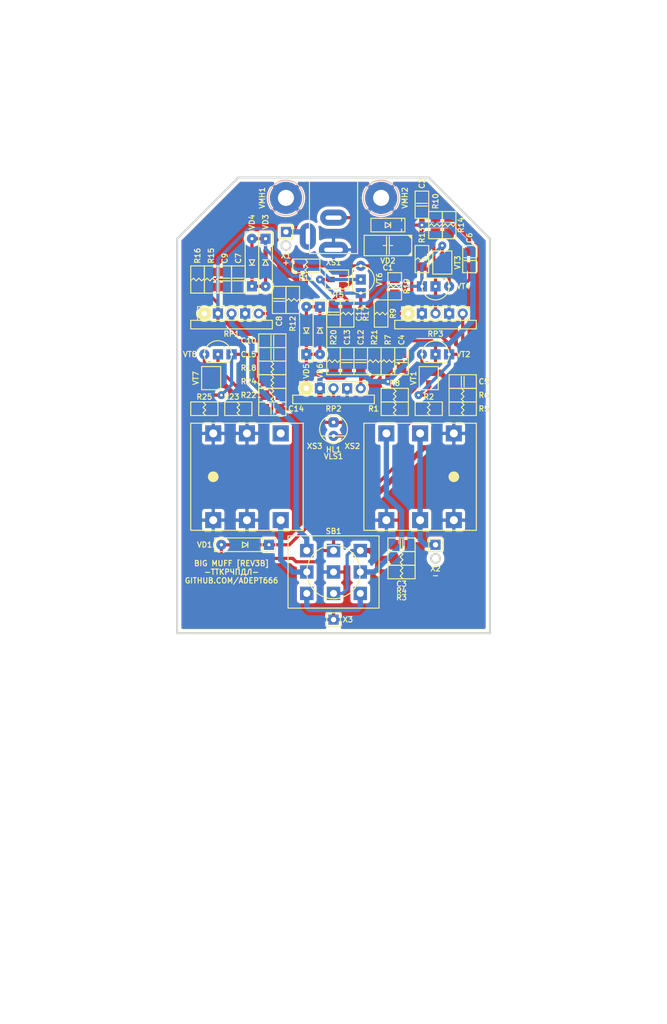
<source format=kicad_pcb>
(kicad_pcb (version 20171130) (host pcbnew 5.1.12-84ad8e8a86~92~ubuntu20.04.1)
  (title_block (title ТКП-1.30.B-1) (date 2024-07-08) (rev 3B) (company "Big Muff [REV3B] NYC") (comment 1 http://github.com/Adept666) (comment 2 "Igor Ivanov (Игорь Иванов)") (comment 3 -ТТКРЧПДЛ-) (comment 4 "This project is licensed under GNU General Public License v3.0 or later"))
  (layers (0 F.Cu signal) (31 B.Cu signal) (35 F.Paste user) (37 F.SilkS user) (38 B.Mask user) (39 F.Mask user) (44 Edge.Cuts user))
  (net 0 "")
  (net 1 COM)
  (net 2 "Net-(HL1-PadC)")
  (net 3 /LED)
  (net 4 "Net-(SB1-PadNC1)")
  (net 5 /IN-CON)
  (net 6 /OUT-CON)
  (net 7 /PP3-POS)
  (net 8 /PP3-NEG)
  (net 9 "Net-(C5-Pad2)")
  (net 10 "Net-(C6-Pad1)")
  (net 11 "Net-(C6-Pad2)")
  (net 12 "Net-(C7-Pad2)")
  (net 13 "Net-(C9-Pad2)")
  (net 14 "Net-(C10-Pad2)")
  (net 15 "Net-(C12-Pad2)")
  (net 16 "Net-(C13-Pad1)")
  (net 17 "Net-(C14-Pad1)")
  (net 18 "Net-(C15-Pad2)")
  (net 19 "Net-(C3-Pad1)")
  (net 20 V)
  (net 21 /IN-CIR)
  (net 22 /OUT-CIR)
  (net 23 "Net-(XS3-PadTN)")
  (net 24 "Net-(HL1-PadA)")
  (net 25 "Net-(R9-Pad2)")
  (net 26 "Net-(VD2-PadA)")
  (net 27 /1B)
  (net 28 /1C)
  (net 29 /2B)
  (net 30 /2C)
  (net 31 /3B)
  (net 32 /3C)
  (net 33 /4B)
  (net 34 /4C)
  (net 35 /1E)
  (net 36 /2E)
  (net 37 /3E)
  (net 38 /4E)
  (module SBKCL-TH-ML:P-SOD-123-OR-DO-35-V2 (layer F.Cu) (at 88.9 162.56)
    (fp_text reference VD1 (at -6.0325 0) (layer F.SilkS) (effects (font (thickness 0.2)) (justify right)))
    (fp_text value X)
    (pad A smd rect (at -1.7 0) (size 1.6 0.8) (layers F.Cu F.Paste F.Mask) (net 3 /LED))
    (pad C smd rect (at 1.7 0) (size 1.6 0.8) (layers F.Cu F.Paste F.Mask) (net 24 "Net-(HL1-PadA)"))
    (pad A thru_hole circle (at -4.445 0) (size 1.9 1.9) (drill 0.6) (layers *.Cu *.Mask) (net 3 /LED))
    (pad C thru_hole rect (at 4.445 0) (size 1.9 1.9) (drill 0.6) (layers *.Cu *.Mask) (net 24 "Net-(HL1-PadA)"))
  )
  (module KCL-SM:R-SM-1206 (layer F.Cu) (at 116.84 137.16 180)
    (fp_text reference R1 (at 2.8575 0 180) (layer F.SilkS) (effects (font (thickness 0.2)) (justify right)))
    (fp_text value 0)
    (pad 1 smd rect (at -1.4 0 180) (size 1.6 1.8) (layers F.Cu F.Paste F.Mask) (net 20 V))
    (pad 2 smd rect (at 1.4 0 180) (size 1.6 1.8) (layers F.Cu F.Paste F.Mask) (net 24 "Net-(HL1-PadA)"))
  )
  (module SBKCL-TH-ML:RPB-18-1x17-1.6-PNL-7.4-2.8 (layer F.Cu) (at 124.46 108.15)
    (fp_text reference RP3 (at 0 15.04) (layer F.SilkS) (effects (font (thickness 0.2))))
    (fp_text value A100K)
    (pad 3 thru_hole circle (at 5.08 11.23) (size 1.9 1.9) (drill 1) (layers *.Cu *.Mask) (net 9 "Net-(C5-Pad2)"))
    (pad NC2 thru_hole rect (at 2.54 11.23) (size 1.9 1.9) (drill 0.9) (layers *.Cu *.Mask) (net 1 COM))
    (pad 2 thru_hole circle (at 0 11.23) (size 1.9 1.9) (drill 1) (layers *.Cu *.Mask) (net 10 "Net-(C6-Pad1)"))
    (pad NC1 thru_hole rect (at -2.54 11.23) (size 1.9 1.9) (drill 0.9) (layers *.Cu *.Mask) (net 1 COM))
    (pad 1 thru_hole circle (at -5.08 11.23) (size 1.9 1.9) (drill 1) (layers *.Cu *.Mask) (net 25 "Net-(R9-Pad2)"))
  )
  (module SBKCL-TH-ML:RPB-18-1x17-1.6-PNL-7.4-2.8 (layer F.Cu) (at 105.41 122.12)
    (fp_text reference RP2 (at 0 15.04) (layer F.SilkS) (effects (font (thickness 0.2))))
    (fp_text value B100K)
    (pad 3 thru_hole circle (at 5.08 11.23) (size 1.9 1.9) (drill 1) (layers *.Cu *.Mask) (net 15 "Net-(C12-Pad2)"))
    (pad NC2 thru_hole rect (at 2.54 11.23) (size 1.9 1.9) (drill 0.9) (layers *.Cu *.Mask) (net 1 COM))
    (pad 2 thru_hole circle (at 0 11.23) (size 1.9 1.9) (drill 1) (layers *.Cu *.Mask) (net 17 "Net-(C14-Pad1)"))
    (pad NC1 thru_hole rect (at -2.54 11.23) (size 1.9 1.9) (drill 0.9) (layers *.Cu *.Mask) (net 20 V))
    (pad 1 thru_hole circle (at -5.08 11.23) (size 1.9 1.9) (drill 1) (layers *.Cu *.Mask) (net 16 "Net-(C13-Pad1)"))
  )
  (module SBKCL-TH-ML:RPB-18-1x17-1.6-PNL-7.4-2.8 (layer F.Cu) (at 86.36 108.15)
    (fp_text reference RP1 (at 0 15.04) (layer F.SilkS) (effects (font (thickness 0.2))))
    (fp_text value A100K)
    (pad 3 thru_hole circle (at 5.08 11.23) (size 1.9 1.9) (drill 1) (layers *.Cu *.Mask) (net 18 "Net-(C15-Pad2)"))
    (pad NC2 thru_hole rect (at 2.54 11.23) (size 1.9 1.9) (drill 0.9) (layers *.Cu *.Mask) (net 1 COM))
    (pad 2 thru_hole circle (at 0 11.23) (size 1.9 1.9) (drill 1) (layers *.Cu *.Mask) (net 22 /OUT-CIR))
    (pad NC1 thru_hole rect (at -2.54 11.23) (size 1.9 1.9) (drill 0.9) (layers *.Cu *.Mask) (net 31 /3B))
    (pad 1 thru_hole circle (at -5.08 11.23) (size 1.9 1.9) (drill 1) (layers *.Cu *.Mask) (net 1 COM))
  )
  (module KCL-VIRTUAL:VFM-1.0-3.0-SL (layer F.Cu) (at 128.27 172.72)
    (fp_text reference VFM3 hide)
    (fp_text value 1.0 hide)
    (pad "" smd circle (at 0 0) (size 1 1) (layers F.Cu F.Mask) (clearance 1.1))
  )
  (module KCL-VIRTUAL:VFM-1.0-3.0-SL (layer F.Cu) (at 82.55 172.72)
    (fp_text reference VFM2 hide)
    (fp_text value 1.0 hide)
    (pad "" smd circle (at 0 0) (size 1 1) (layers F.Cu F.Mask) (clearance 1.1))
  )
  (module KCL-VIRTUAL:VFM-1.0-3.0-SL (layer F.Cu) (at 82.55 104.14)
    (fp_text reference VFM1 hide)
    (fp_text value 1.0 hide)
    (pad "" smd circle (at 0 0) (size 1 1) (layers F.Cu F.Mask) (clearance 1.1))
  )
  (module KCL-SM:P-SOT-23-B-E-C (layer F.Cu) (at 82.55 131.445 180)
    (fp_text reference VT7 (at 2.8575 0 270) (layer F.SilkS) (effects (font (thickness 0.2))))
    (fp_text value 5088)
    (pad C smd rect (at 0 -1.1 180) (size 1 1.4) (layers F.Cu F.Paste F.Mask) (net 34 /4C))
    (pad E smd rect (at 0.95 1.1 180) (size 1 1.4) (layers F.Cu F.Paste F.Mask) (net 38 /4E))
    (pad B smd rect (at -0.95 1.1 180) (size 1 1.4) (layers F.Cu F.Paste F.Mask) (net 33 /4B))
  )
  (module KCL-SM:P-SOT-23-B-E-C (layer F.Cu) (at 106.045 113.03 90)
    (fp_text reference VT5 (at -2.8575 0 180) (layer F.SilkS) (effects (font (thickness 0.2))))
    (fp_text value 5088)
    (pad C smd rect (at 0 -1.1 90) (size 1 1.4) (layers F.Cu F.Paste F.Mask) (net 32 /3C))
    (pad E smd rect (at 0.95 1.1 90) (size 1 1.4) (layers F.Cu F.Paste F.Mask) (net 37 /3E))
    (pad B smd rect (at -0.95 1.1 90) (size 1 1.4) (layers F.Cu F.Paste F.Mask) (net 31 /3B))
  )
  (module KCL-SM:P-SOT-23-B-E-C (layer F.Cu) (at 125.73 109.855)
    (fp_text reference VT3 (at 2.8575 0 90) (layer F.SilkS) (effects (font (thickness 0.2))))
    (fp_text value 5088)
    (pad B smd rect (at -0.95 1.1) (size 1 1.4) (layers F.Cu F.Paste F.Mask) (net 29 /2B))
    (pad E smd rect (at 0.95 1.1) (size 1 1.4) (layers F.Cu F.Paste F.Mask) (net 36 /2E))
    (pad C smd rect (at 0 -1.1) (size 1 1.4) (layers F.Cu F.Paste F.Mask) (net 30 /2C))
  )
  (module KCL-SM:P-SOT-23-B-E-C (layer F.Cu) (at 123.19 131.445 180)
    (fp_text reference VT1 (at 2.8575 0 270) (layer F.SilkS) (effects (font (thickness 0.2))))
    (fp_text value 5088)
    (pad C smd rect (at 0 -1.1 180) (size 1 1.4) (layers F.Cu F.Paste F.Mask) (net 28 /1C))
    (pad E smd rect (at 0.95 1.1 180) (size 1 1.4) (layers F.Cu F.Paste F.Mask) (net 35 /1E))
    (pad B smd rect (at -0.95 1.1 180) (size 1 1.4) (layers F.Cu F.Paste F.Mask) (net 27 /1B))
  )
  (module KCL-TH-ML:P-TO-92-E-B-C (layer F.Cu) (at 110.49 113.03 270)
    (fp_text reference VT6 (at 0 -3.4925 270) (layer F.SilkS) (effects (font (thickness 0.2))))
    (fp_text value 5088)
    (pad C thru_hole rect (at 2.54 0 270) (size 1.9 1.9) (drill 0.6) (layers *.Cu *.Mask) (net 32 /3C))
    (pad B thru_hole rect (at 0 0 270) (size 1.9 1.9) (drill 0.6) (layers *.Cu *.Mask) (net 31 /3B))
    (pad E thru_hole circle (at -2.54 0 270) (size 1.9 1.9) (drill 0.6) (layers *.Cu *.Mask) (net 37 /3E))
  )
  (module KCL-TH-ML:P-TO-92-E-B-C (layer F.Cu) (at 124.46 114.3 180)
    (fp_text reference VT4 (at -3.81 0 180) (layer F.SilkS) (effects (font (thickness 0.2)) (justify left)))
    (fp_text value 5088)
    (pad C thru_hole rect (at 2.54 0 180) (size 1.9 1.9) (drill 0.6) (layers *.Cu *.Mask) (net 30 /2C))
    (pad B thru_hole rect (at 0 0 180) (size 1.9 1.9) (drill 0.6) (layers *.Cu *.Mask) (net 29 /2B))
    (pad E thru_hole circle (at -2.54 0 180) (size 1.9 1.9) (drill 0.6) (layers *.Cu *.Mask) (net 36 /2E))
  )
  (module KCL-TH-ML:P-TO-92-E-B-C (layer F.Cu) (at 124.46 127)
    (fp_text reference VT2 (at 3.81 0) (layer F.SilkS) (effects (font (thickness 0.2)) (justify left)))
    (fp_text value 5088)
    (pad C thru_hole rect (at 2.54 0) (size 1.9 1.9) (drill 0.6) (layers *.Cu *.Mask) (net 28 /1C))
    (pad B thru_hole rect (at 0 0) (size 1.9 1.9) (drill 0.6) (layers *.Cu *.Mask) (net 27 /1B))
    (pad E thru_hole circle (at -2.54 0) (size 1.9 1.9) (drill 0.6) (layers *.Cu *.Mask) (net 35 /1E))
  )
  (module KCL-TH-ML:P-TO-92-E-B-C (layer F.Cu) (at 83.82 127)
    (fp_text reference VT8 (at -3.81 0) (layer F.SilkS) (effects (font (thickness 0.2)) (justify right)))
    (fp_text value 5088)
    (pad C thru_hole rect (at 2.54 0) (size 1.9 1.9) (drill 0.6) (layers *.Cu *.Mask) (net 34 /4C))
    (pad B thru_hole rect (at 0 0) (size 1.9 1.9) (drill 0.6) (layers *.Cu *.Mask) (net 33 /4B))
    (pad E thru_hole circle (at -2.54 0) (size 1.9 1.9) (drill 0.6) (layers *.Cu *.Mask) (net 38 /4E))
  )
  (module KCL-SM:C-SM-1206 (layer F.Cu) (at 85.09 113.03 270)
    (fp_text reference C9 (at -2.8575 0 270) (layer F.SilkS) (effects (font (thickness 0.2)) (justify left)))
    (fp_text value 105)
    (pad 1 smd rect (at -1.4 0 270) (size 1.6 1.8) (layers F.Cu F.Paste F.Mask) (net 30 /2C))
    (pad 2 smd rect (at 1.4 0 270) (size 1.6 1.8) (layers F.Cu F.Paste F.Mask) (net 13 "Net-(C9-Pad2)"))
  )
  (module KCL-SM:C-SM-1206 (layer F.Cu) (at 93.98 124.46)
    (fp_text reference C10 (at -2.8575 0) (layer F.SilkS) (effects (font (thickness 0.2)) (justify right)))
    (fp_text value 105)
    (pad 1 smd rect (at -1.4 0) (size 1.6 1.8) (layers F.Cu F.Paste F.Mask) (net 31 /3B))
    (pad 2 smd rect (at 1.4 0) (size 1.6 1.8) (layers F.Cu F.Paste F.Mask) (net 14 "Net-(C10-Pad2)"))
  )
  (module KCL-SM:C-SM-1206 (layer F.Cu) (at 87.63 113.03 90)
    (fp_text reference C7 (at 2.8575 0 90) (layer F.SilkS) (effects (font (thickness 0.2)) (justify left)))
    (fp_text value 105)
    (pad 1 smd rect (at -1.4 0 90) (size 1.6 1.8) (layers F.Cu F.Paste F.Mask) (net 29 /2B))
    (pad 2 smd rect (at 1.4 0 90) (size 1.6 1.8) (layers F.Cu F.Paste F.Mask) (net 12 "Net-(C7-Pad2)"))
  )
  (module KCL-SM:C-SM-1206 (layer F.Cu) (at 121.92 99.06 90)
    (fp_text reference C2 (at 2.8575 0 90) (layer F.SilkS) (effects (font (thickness 0.2)) (justify left)))
    (fp_text value 104)
    (pad 2 smd rect (at 1.4 0 90) (size 1.6 1.8) (layers F.Cu F.Paste F.Mask) (net 1 COM))
    (pad 1 smd rect (at -1.4 0 90) (size 1.6 1.8) (layers F.Cu F.Paste F.Mask) (net 20 V))
  )
  (module KCL-SM:C-SM-1206 (layer F.Cu) (at 130.81 109.22 90)
    (fp_text reference C6 (at 2.8575 0 90) (layer F.SilkS) (effects (font (thickness 0.2)) (justify left)))
    (fp_text value 105)
    (pad 1 smd rect (at -1.4 0 90) (size 1.6 1.8) (layers F.Cu F.Paste F.Mask) (net 10 "Net-(C6-Pad1)"))
    (pad 2 smd rect (at 1.4 0 90) (size 1.6 1.8) (layers F.Cu F.Paste F.Mask) (net 11 "Net-(C6-Pad2)"))
  )
  (module KCL-SM:C-SM-1206 (layer F.Cu) (at 107.95 128.27 90)
    (fp_text reference C13 (at 2.8575 0 90) (layer F.SilkS) (effects (font (thickness 0.2)) (justify left)))
    (fp_text value 103)
    (pad 1 smd rect (at -1.4 0 90) (size 1.6 1.8) (layers F.Cu F.Paste F.Mask) (net 16 "Net-(C13-Pad1)"))
    (pad 2 smd rect (at 1.4 0 90) (size 1.6 1.8) (layers F.Cu F.Paste F.Mask) (net 1 COM))
  )
  (module KCL-SM:C-SM-1206 (layer F.Cu) (at 110.49 128.27 270)
    (fp_text reference C12 (at -2.8575 0 270) (layer F.SilkS) (effects (font (thickness 0.2)) (justify left)))
    (fp_text value 392)
    (pad 1 smd rect (at -1.4 0 270) (size 1.6 1.8) (layers F.Cu F.Paste F.Mask) (net 32 /3C))
    (pad 2 smd rect (at 1.4 0 270) (size 1.6 1.8) (layers F.Cu F.Paste F.Mask) (net 15 "Net-(C12-Pad2)"))
  )
  (module KCL-SM:C-SM-1206 (layer F.Cu) (at 129.54 132.08)
    (fp_text reference C5 (at 2.8575 0) (layer F.SilkS) (effects (font (thickness 0.2)) (justify left)))
    (fp_text value 105)
    (pad 2 smd rect (at 1.4 0) (size 1.6 1.8) (layers F.Cu F.Paste F.Mask) (net 9 "Net-(C5-Pad2)"))
    (pad 1 smd rect (at -1.4 0) (size 1.6 1.8) (layers F.Cu F.Paste F.Mask) (net 28 /1C))
  )
  (module KCL-SM:C-SM-1206 (layer F.Cu) (at 93.98 127)
    (fp_text reference C15 (at -2.8575 0) (layer F.SilkS) (effects (font (thickness 0.2)) (justify right)))
    (fp_text value 105)
    (pad 1 smd rect (at -1.4 0) (size 1.6 1.8) (layers F.Cu F.Paste F.Mask) (net 34 /4C))
    (pad 2 smd rect (at 1.4 0) (size 1.6 1.8) (layers F.Cu F.Paste F.Mask) (net 18 "Net-(C15-Pad2)"))
  )
  (module KCL-SM:C-SM-1206 (layer F.Cu) (at 93.98 137.16 180)
    (fp_text reference C14 (at -2.8575 0 180) (layer F.SilkS) (effects (font (thickness 0.2)) (justify left)))
    (fp_text value 105)
    (pad 1 smd rect (at -1.4 0 180) (size 1.6 1.8) (layers F.Cu F.Paste F.Mask) (net 17 "Net-(C14-Pad1)"))
    (pad 2 smd rect (at 1.4 0 180) (size 1.6 1.8) (layers F.Cu F.Paste F.Mask) (net 33 /4B))
  )
  (module KCL-SM:C-SM-1206 (layer F.Cu) (at 118.11 162.56 180)
    (fp_text reference C3 (at 0 -7.3025 180) (layer F.SilkS) (effects (font (thickness 0.2))))
    (fp_text value 105)
    (pad 2 smd rect (at 1.4 0 180) (size 1.6 1.8) (layers F.Cu F.Paste F.Mask) (net 27 /1B))
    (pad 1 smd rect (at -1.4 0 180) (size 1.6 1.8) (layers F.Cu F.Paste F.Mask) (net 19 "Net-(C3-Pad1)"))
  )
  (module KCL-SM:R-SM-1206 (layer F.Cu) (at 118.11 167.64 180)
    (fp_text reference R3 (at 0 -4.7625 180) (layer F.SilkS) (effects (font (thickness 0.2))))
    (fp_text value 105)
    (pad 2 smd rect (at 1.4 0 180) (size 1.6 1.8) (layers F.Cu F.Paste F.Mask) (net 21 /IN-CIR))
    (pad 1 smd rect (at -1.4 0 180) (size 1.6 1.8) (layers F.Cu F.Paste F.Mask) (net 1 COM))
  )
  (module KCL-SM:CP-CTSMD-C (layer F.Cu) (at 115.57 106.68 180)
    (fp_text reference C1 (at 0 -4.1275 180) (layer F.SilkS) (effects (font (thickness 0.2))))
    (fp_text value 106)
    (pad - smd rect (at 2.5 0 180) (size 2.6 2.2) (layers F.Cu F.Paste F.Mask) (net 1 COM))
    (pad + smd rect (at -2.5 0 180) (size 2.6 2.2) (layers F.Cu F.Paste F.Mask) (net 20 V))
  )
  (module KCL-SM:P-SOD-123 (layer F.Cu) (at 115.57 102.87)
    (fp_text reference VD2 (at 0 6.6675) (layer F.SilkS) (effects (font (thickness 0.2))))
    (fp_text value 0520)
    (pad C smd rect (at 1.7 0) (size 1.6 0.8) (layers F.Cu F.Paste F.Mask) (net 20 V))
    (pad A smd rect (at -1.7 0) (size 1.6 0.8) (layers F.Cu F.Paste F.Mask) (net 26 "Net-(VD2-PadA)"))
  )
  (module SBKCL-TH-ML:P-SOD-123-OR-DO-35-V2 (layer F.Cu) (at 100.33 122.555 270)
    (fp_text reference VD5 (at 6.0325 0 270) (layer F.SilkS) (effects (font (thickness 0.2)) (justify right)))
    (fp_text value 6263)
    (pad C thru_hole rect (at 4.445 0 270) (size 1.9 1.9) (drill 0.6) (layers *.Cu *.Mask) (net 32 /3C))
    (pad A thru_hole circle (at -4.445 0 270) (size 1.9 1.9) (drill 0.6) (layers *.Cu *.Mask) (net 14 "Net-(C10-Pad2)"))
    (pad C smd rect (at 1.7 0 270) (size 1.6 0.8) (layers F.Cu F.Paste F.Mask) (net 32 /3C))
    (pad A smd rect (at -1.7 0 270) (size 1.6 0.8) (layers F.Cu F.Paste F.Mask) (net 14 "Net-(C10-Pad2)"))
  )
  (module SBKCL-TH-ML:P-SOD-123-OR-DO-35-V2 (layer F.Cu) (at 102.87 122.555 90)
    (fp_text reference VD6 (at -6.0325 0 90) (layer F.SilkS) (effects (font (thickness 0.2)) (justify right)))
    (fp_text value 6263)
    (pad C thru_hole rect (at 4.445 0 90) (size 1.9 1.9) (drill 0.6) (layers *.Cu *.Mask) (net 14 "Net-(C10-Pad2)"))
    (pad A thru_hole circle (at -4.445 0 90) (size 1.9 1.9) (drill 0.6) (layers *.Cu *.Mask) (net 32 /3C))
    (pad C smd rect (at 1.7 0 90) (size 1.6 0.8) (layers F.Cu F.Paste F.Mask) (net 14 "Net-(C10-Pad2)"))
    (pad A smd rect (at -1.7 0 90) (size 1.6 0.8) (layers F.Cu F.Paste F.Mask) (net 32 /3C))
  )
  (module SBKCL-TH-ML:P-SOD-123-OR-DO-35-V2 (layer F.Cu) (at 90.17 109.855 270)
    (fp_text reference VD4 (at -6.0325 0 270) (layer F.SilkS) (effects (font (thickness 0.2)) (justify left)))
    (fp_text value 6263)
    (pad C thru_hole rect (at 4.445 0 270) (size 1.9 1.9) (drill 0.6) (layers *.Cu *.Mask) (net 12 "Net-(C7-Pad2)"))
    (pad A thru_hole circle (at -4.445 0 270) (size 1.9 1.9) (drill 0.6) (layers *.Cu *.Mask) (net 30 /2C))
    (pad C smd rect (at 1.7 0 270) (size 1.6 0.8) (layers F.Cu F.Paste F.Mask) (net 12 "Net-(C7-Pad2)"))
    (pad A smd rect (at -1.7 0 270) (size 1.6 0.8) (layers F.Cu F.Paste F.Mask) (net 30 /2C))
  )
  (module SBKCL-TH-ML:P-SOD-123-OR-DO-35-V2 (layer F.Cu) (at 92.71 109.855 90)
    (fp_text reference VD3 (at 6.0325 0 90) (layer F.SilkS) (effects (font (thickness 0.2)) (justify left)))
    (fp_text value 6263)
    (pad C thru_hole rect (at 4.445 0 90) (size 1.9 1.9) (drill 0.6) (layers *.Cu *.Mask) (net 30 /2C))
    (pad A thru_hole circle (at -4.445 0 90) (size 1.9 1.9) (drill 0.6) (layers *.Cu *.Mask) (net 12 "Net-(C7-Pad2)"))
    (pad C smd rect (at 1.7 0 90) (size 1.6 0.8) (layers F.Cu F.Paste F.Mask) (net 30 /2C))
    (pad A smd rect (at -1.7 0 90) (size 1.6 0.8) (layers F.Cu F.Paste F.Mask) (net 12 "Net-(C7-Pad2)"))
  )
  (module SBKCL-TH-ML:CON-PJ-644C-IN-OR-OUT (layer F.Cu) (at 132.08 149.86 90)
    (fp_text reference XS2 (at 5.715 -21.59 180) (layer F.SilkS) (effects (font (thickness 0.2)) (justify right)))
    (fp_text value PJ-644C)
    (pad TN thru_hole rect (at -8.1 -16.8 90) (size 3 3) (drill 1.5) (layers *.Cu *.Mask) (net 1 COM))
    (pad RN thru_hole rect (at -8.1 -10.5 90) (size 3 3) (drill 1.5) (layers *.Cu *.Mask) (net 8 /PP3-NEG))
    (pad SN thru_hole rect (at -8.1 -4.2 90) (size 3 3) (drill 1.5) (layers *.Cu *.Mask) (net 1 COM))
    (pad T thru_hole rect (at 8.1 -16.8 90) (size 3 3) (drill 1.5) (layers *.Cu *.Mask) (net 5 /IN-CON))
    (pad R thru_hole rect (at 8.1 -10.5 90) (size 3 3) (drill 1.5) (layers *.Cu *.Mask) (net 8 /PP3-NEG))
    (pad S thru_hole rect (at 8.1 -4.2 90) (size 3 3) (drill 1.5) (layers *.Cu *.Mask) (net 1 COM))
  )
  (module SBKCL-TH-ML:CON-PJ-644C-IN-OR-OUT (layer F.Cu) (at 78.74 149.86 270)
    (fp_text reference XS3 (at -5.715 -21.59) (layer F.SilkS) (effects (font (thickness 0.2)) (justify left)))
    (fp_text value PJ-644C)
    (pad TN thru_hole rect (at -8.1 -16.8 270) (size 3 3) (drill 1.5) (layers *.Cu *.Mask) (net 23 "Net-(XS3-PadTN)"))
    (pad RN thru_hole rect (at -8.1 -10.5 270) (size 3 3) (drill 1.5) (layers *.Cu *.Mask) (net 1 COM))
    (pad SN thru_hole rect (at -8.1 -4.2 270) (size 3 3) (drill 1.5) (layers *.Cu *.Mask) (net 1 COM))
    (pad T thru_hole rect (at 8.1 -16.8 270) (size 3 3) (drill 1.5) (layers *.Cu *.Mask) (net 6 /OUT-CON))
    (pad R thru_hole rect (at 8.1 -10.5 270) (size 3 3) (drill 1.5) (layers *.Cu *.Mask) (net 1 COM))
    (pad S thru_hole rect (at 8.1 -4.2 270) (size 3 3) (drill 1.5) (layers *.Cu *.Mask) (net 1 COM))
  )
  (module SBKCL-TH-ML:CON-DC-005-9V-OVAL (layer F.Cu) (at 105.41 93.98 180)
    (fp_text reference XS1 (at 0 -15.875 180) (layer F.SilkS) (effects (font (thickness 0.2))))
    (fp_text value DC-005)
    (pad C thru_hole oval (at 0 -13.5 180) (size 5.5 3) (drill oval 3.5 0.8) (layers *.Cu *.Mask) (net 1 COM))
    (pad SN thru_hole oval (at 4.8 -11 180) (size 3 5) (drill oval 0.8 3) (layers *.Cu *.Mask) (net 7 /PP3-POS))
    (pad S thru_hole oval (at 0 -7.5 180) (size 5 3) (drill oval 3 0.8) (layers *.Cu *.Mask) (net 26 "Net-(VD2-PadA)"))
  )
  (module KCL-TH-ML:LED-ROUND-05.0-UNI-SH-SPACER-PNL-5.3 (layer F.Cu) (at 105.41 140.97 90)
    (fp_text reference HL1 (at -3.81 0 180) (layer F.SilkS) (effects (font (thickness 0.2))))
    (fp_text value FYL-5013UWC)
    (pad C thru_hole circle (at -1.27 0 90) (size 1.9 1.9) (drill 0.7) (layers *.Cu *.Mask) (net 2 "Net-(HL1-PadC)"))
    (pad A thru_hole roundrect (at 1.27 0 90) (size 1.9 1.9) (drill 0.7) (layers *.Cu *.Mask) (roundrect_rratio 0.3) (net 24 "Net-(HL1-PadA)"))
  )
  (module KCL-VIRTUAL:VLS-BR-P (layer F.Cu) (at 105.41 140.97 90)
    (fp_text reference VLS1 (at -5.08 0 180) (layer F.SilkS) (effects (font (thickness 0.2))))
    (fp_text value BR-12.7)
  )
  (module KCL-TH-ML:SW-PBS-24-302SP-2.5-PNL-13.0 (layer F.Cu) (at 105.41 167.64)
    (fp_text reference SB1 (at 0 -7.62) (layer F.SilkS) (effects (font (thickness 0.2))))
    (fp_text value PBS-24-302SP)
    (pad COM3 thru_hole rect (at 5 0) (size 2.5 2.5) (drill 1.3) (layers *.Cu *.Mask) (net 5 /IN-CON))
    (pad NC3 thru_hole rect (at 5 4) (size 2.5 2.5) (drill 1.3) (layers *.Cu *.Mask) (net 4 "Net-(SB1-PadNC1)"))
    (pad NO3 thru_hole rect (at 5 -4) (size 2.5 2.5) (drill 1.3) (layers *.Cu *.Mask) (net 21 /IN-CIR))
    (pad COM2 thru_hole rect (at 0 0) (size 2.5 2.5) (drill 1.3) (layers *.Cu *.Mask) (net 1 COM))
    (pad NC2 thru_hole rect (at 0 4) (size 2.5 2.5) (drill 1.3) (layers *.Cu *.Mask) (net 21 /IN-CIR))
    (pad NO2 thru_hole rect (at 0 -4) (size 2.5 2.5) (drill 1.3) (layers *.Cu *.Mask) (net 3 /LED))
    (pad NO1 thru_hole rect (at -5 -4) (size 2.5 2.5) (drill 1.3) (layers *.Cu *.Mask) (net 22 /OUT-CIR))
    (pad COM1 thru_hole rect (at -5 0) (size 2.5 2.5) (drill 1.3) (layers *.Cu *.Mask) (net 6 /OUT-CON))
    (pad NC1 thru_hole rect (at -5 4) (size 2.5 2.5) (drill 1.3) (layers *.Cu *.Mask) (net 4 "Net-(SB1-PadNC1)"))
  )
  (module KCL-TH-ML:VMH-STA-DA5-PNL-3.0 (layer F.Cu) (at 114.3 97.79)
    (fp_text reference VMH2 (at 4.445 0 90) (layer F.SilkS) (effects (font (thickness 0.2))))
    (fp_text value DI5M3x18)
    (pad 0 thru_hole circle (at 0 0) (size 6 6) (drill 3) (layers *.Cu *.Mask) (net 1 COM))
  )
  (module KCL-TH-ML:VMH-STA-DA5-PNL-3.0 (layer F.Cu) (at 96.52 97.79)
    (fp_text reference VMH1 (at -4.445 0 90) (layer F.SilkS) (effects (font (thickness 0.2))))
    (fp_text value DI5M3x18)
    (pad 0 thru_hole circle (at 0 0) (size 6 6) (drill 3) (layers *.Cu *.Mask) (net 1 COM))
  )
  (module KCL-TH-ML:CON-PAD-S-1.0-1.9 (layer F.Cu) (at 124.46 162.56)
    (fp_text reference X2 (at 0 4.445) (layer F.SilkS) (effects (font (thickness 0.2))))
    (fp_text value -)
    (pad 1 thru_hole rect (at 0 0) (size 1.9 1.9) (drill 1) (layers *.Cu *.Mask) (net 8 /PP3-NEG))
  )
  (module KCL-TH-ML:CON-PAD-S-1.0-1.9 (layer F.Cu) (at 96.52 104.14)
    (fp_text reference X1 (at 0 4.445) (layer F.SilkS) (effects (font (thickness 0.2))))
    (fp_text value +)
    (pad 1 thru_hole rect (at 0 0) (size 1.9 1.9) (drill 1) (layers *.Cu *.Mask) (net 7 /PP3-POS))
  )
  (module KCL-TH-ML:CON-PAD-S-1.0-1.9 (layer F.Cu) (at 105.41 176.53)
    (fp_text reference X3 (at 1.5875 0) (layer F.SilkS) (effects (font (thickness 0.2)) (justify left)))
    (fp_text value COM)
    (pad 1 thru_hole rect (at 0 0) (size 1.9 1.9) (drill 1) (layers *.Cu *.Mask) (net 1 COM))
  )
  (module SBEL:B013_E1 (layer F.Cu) (at 105.41 148.59)
    (fp_text reference VE1 hide)
    (fp_text value B013 hide)
  )
  (module KCL-VIRTUAL:B-PP3-HV (layer F.Cu) (at 105.41 187.96)
    (fp_text reference GB1 hide)
    (fp_text value PP3 hide)
  )
  (module KCL-SM:C-SM-1206 (layer F.Cu) (at 95.25 116.84 90)
    (fp_text reference C8 (at -2.8575 0 90) (layer F.SilkS) (effects (font (thickness 0.2)) (justify right)))
    (fp_text value 471)
    (pad 2 smd rect (at 1.4 0 90) (size 1.6 1.8) (layers F.Cu F.Paste F.Mask) (net 30 /2C))
    (pad 1 smd rect (at -1.4 0 90) (size 1.6 1.8) (layers F.Cu F.Paste F.Mask) (net 29 /2B))
  )
  (module KCL-SM:C-SM-1206 (layer F.Cu) (at 105.41 119.38 270)
    (fp_text reference C11 (at 0 -4.7625 270) (layer F.SilkS) (effects (font (thickness 0.2))))
    (fp_text value 471)
    (pad 1 smd rect (at -1.4 0 270) (size 1.6 1.8) (layers F.Cu F.Paste F.Mask) (net 31 /3B))
    (pad 2 smd rect (at 1.4 0 270) (size 1.6 1.8) (layers F.Cu F.Paste F.Mask) (net 32 /3C))
  )
  (module KCL-SM:C-SM-1206 (layer F.Cu) (at 118.11 128.27 270)
    (fp_text reference C4 (at -2.8575 0 270) (layer F.SilkS) (effects (font (thickness 0.2)) (justify left)))
    (fp_text value 471)
    (pad 1 smd rect (at -1.4 0 270) (size 1.6 1.8) (layers F.Cu F.Paste F.Mask) (net 27 /1B))
    (pad 2 smd rect (at 1.4 0 270) (size 1.6 1.8) (layers F.Cu F.Paste F.Mask) (net 28 /1C))
  )
  (module KCL-SM:R-SM-1206 (layer F.Cu) (at 129.54 134.62)
    (fp_text reference R6 (at 2.8575 0) (layer F.SilkS) (effects (font (thickness 0.2)) (justify left)))
    (fp_text value 514)
    (pad 1 smd rect (at -1.4 0) (size 1.6 1.8) (layers F.Cu F.Paste F.Mask) (net 27 /1B))
    (pad 2 smd rect (at 1.4 0) (size 1.6 1.8) (layers F.Cu F.Paste F.Mask) (net 28 /1C))
  )
  (module KCL-SM:R-SM-1206 (layer F.Cu) (at 129.54 137.16 180)
    (fp_text reference R5 (at -2.8575 0 180) (layer F.SilkS) (effects (font (thickness 0.2)) (justify left)))
    (fp_text value 104)
    (pad 1 smd rect (at -1.4 0 180) (size 1.6 1.8) (layers F.Cu F.Paste F.Mask) (net 1 COM))
    (pad 2 smd rect (at 1.4 0 180) (size 1.6 1.8) (layers F.Cu F.Paste F.Mask) (net 27 /1B))
  )
  (module KCL-SM:R-SM-1206 (layer F.Cu) (at 118.11 165.1)
    (fp_text reference R4 (at 0 6.0325) (layer F.SilkS) (effects (font (thickness 0.2))))
    (fp_text value 393)
    (pad 2 smd rect (at 1.4 0) (size 1.6 1.8) (layers F.Cu F.Paste F.Mask) (net 19 "Net-(C3-Pad1)"))
    (pad 1 smd rect (at -1.4 0) (size 1.6 1.8) (layers F.Cu F.Paste F.Mask) (net 21 /IN-CIR))
  )
  (module KCL-SM:R-SM-1206 (layer F.Cu) (at 115.57 128.27 270)
    (fp_text reference R7 (at -2.8575 0 270) (layer F.SilkS) (effects (font (thickness 0.2)) (justify left)))
    (fp_text value 103)
    (pad 1 smd rect (at -1.4 0 270) (size 1.6 1.8) (layers F.Cu F.Paste F.Mask) (net 28 /1C))
    (pad 2 smd rect (at 1.4 0 270) (size 1.6 1.8) (layers F.Cu F.Paste F.Mask) (net 20 V))
  )
  (module KCL-SM:R-SM-1206 (layer F.Cu) (at 113.03 128.27 90)
    (fp_text reference R21 (at 2.8575 0 90) (layer F.SilkS) (effects (font (thickness 0.2)) (justify left)))
    (fp_text value 223)
    (pad 1 smd rect (at -1.4 0 90) (size 1.6 1.8) (layers F.Cu F.Paste F.Mask) (net 15 "Net-(C12-Pad2)"))
    (pad 2 smd rect (at 1.4 0 90) (size 1.6 1.8) (layers F.Cu F.Paste F.Mask) (net 1 COM))
  )
  (module KCL-SM:R-SM-1206 (layer F.Cu) (at 116.84 134.62)
    (fp_text reference R8 (at 0 -2.2225) (layer F.SilkS) (effects (font (thickness 0.2))))
    (fp_text value 101)
    (pad 2 smd rect (at 1.4 0) (size 1.6 1.8) (layers F.Cu F.Paste F.Mask) (net 35 /1E))
    (pad 1 smd rect (at -1.4 0) (size 1.6 1.8) (layers F.Cu F.Paste F.Mask) (net 1 COM))
  )
  (module KCL-SM:R-SM-1206 (layer F.Cu) (at 127 102.87 270)
    (fp_text reference R14 (at 0 -2.2225 270) (layer F.SilkS) (effects (font (thickness 0.2))))
    (fp_text value 391)
    (pad 2 smd rect (at 1.4 0 270) (size 1.6 1.8) (layers F.Cu F.Paste F.Mask) (net 36 /2E))
    (pad 1 smd rect (at -1.4 0 270) (size 1.6 1.8) (layers F.Cu F.Paste F.Mask) (net 1 COM))
  )
  (module KCL-SM:R-SM-1206 (layer F.Cu) (at 100.33 110.49)
    (fp_text reference R11 (at 0 2.2225) (layer F.SilkS) (effects (font (thickness 0.2))))
    (fp_text value 104)
    (pad 1 smd rect (at -1.4 0) (size 1.6 1.8) (layers F.Cu F.Paste F.Mask) (net 1 COM))
    (pad 2 smd rect (at 1.4 0) (size 1.6 1.8) (layers F.Cu F.Paste F.Mask) (net 29 /2B))
  )
  (module KCL-SM:R-SM-1206 (layer F.Cu) (at 124.46 102.87 270)
    (fp_text reference R10 (at -2.8575 0 270) (layer F.SilkS) (effects (font (thickness 0.2)) (justify left)))
    (fp_text value 103)
    (pad 2 smd rect (at 1.4 0 270) (size 1.6 1.8) (layers F.Cu F.Paste F.Mask) (net 29 /2B))
    (pad 1 smd rect (at -1.4 0 270) (size 1.6 1.8) (layers F.Cu F.Paste F.Mask) (net 11 "Net-(C6-Pad2)"))
  )
  (module KCL-SM:R-SM-1206 (layer F.Cu) (at 114.3 119.38 90)
    (fp_text reference R9 (at 0 2.2225 90) (layer F.SilkS) (effects (font (thickness 0.2))))
    (fp_text value 182)
    (pad 1 smd rect (at -1.4 0 90) (size 1.6 1.8) (layers F.Cu F.Paste F.Mask) (net 1 COM))
    (pad 2 smd rect (at 1.4 0 90) (size 1.6 1.8) (layers F.Cu F.Paste F.Mask) (net 25 "Net-(R9-Pad2)"))
  )
  (module KCL-SM:R-SM-1206 (layer F.Cu) (at 80.01 113.03 270)
    (fp_text reference R16 (at -2.8575 0 270) (layer F.SilkS) (effects (font (thickness 0.2)) (justify left)))
    (fp_text value 104)
    (pad 1 smd rect (at -1.4 0 270) (size 1.6 1.8) (layers F.Cu F.Paste F.Mask) (net 1 COM))
    (pad 2 smd rect (at 1.4 0 270) (size 1.6 1.8) (layers F.Cu F.Paste F.Mask) (net 31 /3B))
  )
  (module KCL-SM:R-SM-1206 (layer F.Cu) (at 116.84 114.3 90)
    (fp_text reference R19 (at 0 2.2225 90) (layer F.SilkS) (effects (font (thickness 0.2))))
    (fp_text value 391)
    (pad 1 smd rect (at -1.4 0 90) (size 1.6 1.8) (layers F.Cu F.Paste F.Mask) (net 1 COM))
    (pad 2 smd rect (at 1.4 0 90) (size 1.6 1.8) (layers F.Cu F.Paste F.Mask) (net 37 /3E))
  )
  (module KCL-SM:R-SM-1206 (layer F.Cu) (at 121.92 109.22 90)
    (fp_text reference R13 (at 2.8575 0 90) (layer F.SilkS) (effects (font (thickness 0.2)) (justify left)))
    (fp_text value 103)
    (pad 1 smd rect (at -1.4 0 90) (size 1.6 1.8) (layers F.Cu F.Paste F.Mask) (net 30 /2C))
    (pad 2 smd rect (at 1.4 0 90) (size 1.6 1.8) (layers F.Cu F.Paste F.Mask) (net 20 V))
  )
  (module KCL-SM:R-SM-1206 (layer F.Cu) (at 97.79 116.84 90)
    (fp_text reference R12 (at -2.8575 0 90) (layer F.SilkS) (effects (font (thickness 0.2)) (justify right)))
    (fp_text value 474)
    (pad 1 smd rect (at -1.4 0 90) (size 1.6 1.8) (layers F.Cu F.Paste F.Mask) (net 29 /2B))
    (pad 2 smd rect (at 1.4 0 90) (size 1.6 1.8) (layers F.Cu F.Paste F.Mask) (net 30 /2C))
  )
  (module KCL-SM:R-SM-1206 (layer F.Cu) (at 107.95 119.38 270)
    (fp_text reference R17 (at 0 -3.4925 270) (layer F.SilkS) (effects (font (thickness 0.2))))
    (fp_text value 474)
    (pad 1 smd rect (at -1.4 0 270) (size 1.6 1.8) (layers F.Cu F.Paste F.Mask) (net 31 /3B))
    (pad 2 smd rect (at 1.4 0 270) (size 1.6 1.8) (layers F.Cu F.Paste F.Mask) (net 32 /3C))
  )
  (module KCL-SM:R-SM-1206 (layer F.Cu) (at 82.55 113.03 270)
    (fp_text reference R15 (at -2.8575 0 270) (layer F.SilkS) (effects (font (thickness 0.2)) (justify left)))
    (fp_text value 103)
    (pad 2 smd rect (at 1.4 0 270) (size 1.6 1.8) (layers F.Cu F.Paste F.Mask) (net 31 /3B))
    (pad 1 smd rect (at -1.4 0 270) (size 1.6 1.8) (layers F.Cu F.Paste F.Mask) (net 13 "Net-(C9-Pad2)"))
  )
  (module KCL-SM:R-SM-1206 (layer F.Cu) (at 105.41 128.27 270)
    (fp_text reference R20 (at -2.8575 0 270) (layer F.SilkS) (effects (font (thickness 0.2)) (justify left)))
    (fp_text value 223)
    (pad 1 smd rect (at -1.4 0 270) (size 1.6 1.8) (layers F.Cu F.Paste F.Mask) (net 32 /3C))
    (pad 2 smd rect (at 1.4 0 270) (size 1.6 1.8) (layers F.Cu F.Paste F.Mask) (net 16 "Net-(C13-Pad1)"))
  )
  (module KCL-SM:R-SM-1206 (layer F.Cu) (at 93.98 129.54 180)
    (fp_text reference R18 (at 2.8575 0 180) (layer F.SilkS) (effects (font (thickness 0.2)) (justify right)))
    (fp_text value 103)
    (pad 1 smd rect (at -1.4 0 180) (size 1.6 1.8) (layers F.Cu F.Paste F.Mask) (net 32 /3C))
    (pad 2 smd rect (at 1.4 0 180) (size 1.6 1.8) (layers F.Cu F.Paste F.Mask) (net 20 V))
  )
  (module KCL-SM:R-SM-1206 (layer F.Cu) (at 93.98 132.08)
    (fp_text reference R24 (at -2.8575 0) (layer F.SilkS) (effects (font (thickness 0.2)) (justify right)))
    (fp_text value 103)
    (pad 1 smd rect (at -1.4 0) (size 1.6 1.8) (layers F.Cu F.Paste F.Mask) (net 34 /4C))
    (pad 2 smd rect (at 1.4 0) (size 1.6 1.8) (layers F.Cu F.Paste F.Mask) (net 20 V))
  )
  (module KCL-SM:R-SM-1206 (layer F.Cu) (at 93.98 134.62)
    (fp_text reference R22 (at -2.8575 0) (layer F.SilkS) (effects (font (thickness 0.2)) (justify right)))
    (fp_text value 474)
    (pad 1 smd rect (at -1.4 0) (size 1.6 1.8) (layers F.Cu F.Paste F.Mask) (net 33 /4B))
    (pad 2 smd rect (at 1.4 0) (size 1.6 1.8) (layers F.Cu F.Paste F.Mask) (net 20 V))
  )
  (module KCL-SM:R-SM-1206 (layer F.Cu) (at 87.63 137.16)
    (fp_text reference R23 (at -1.27 -2.2225) (layer F.SilkS) (effects (font (thickness 0.2))))
    (fp_text value 104)
    (pad 2 smd rect (at 1.4 0) (size 1.6 1.8) (layers F.Cu F.Paste F.Mask) (net 33 /4B))
    (pad 1 smd rect (at -1.4 0) (size 1.6 1.8) (layers F.Cu F.Paste F.Mask) (net 1 COM))
  )
  (module KCL-SM:R-SM-1206 (layer F.Cu) (at 81.28 137.16 180)
    (fp_text reference R25 (at 0 2.2225 180) (layer F.SilkS) (effects (font (thickness 0.2))))
    (fp_text value 202)
    (pad 2 smd rect (at 1.4 0 180) (size 1.6 1.8) (layers F.Cu F.Paste F.Mask) (net 38 /4E))
    (pad 1 smd rect (at -1.4 0 180) (size 1.6 1.8) (layers F.Cu F.Paste F.Mask) (net 1 COM))
  )
  (module KCL-SM:R-SM-1206 (layer F.Cu) (at 123.19 137.16 180)
    (fp_text reference R2 (at 0 2.2225 180) (layer F.SilkS) (effects (font (thickness 0.2))))
    (fp_text value 103)
    (pad 1 smd rect (at -1.4 0 180) (size 1.6 1.8) (layers F.Cu F.Paste F.Mask) (net 3 /LED))
    (pad 2 smd rect (at 1.4 0 180) (size 1.6 1.8) (layers F.Cu F.Paste F.Mask) (net 2 "Net-(HL1-PadC)"))
  )
  (gr_text - (at 124.46 168.275) (layer F.SilkS) (effects (font (size 1 1) (thickness 0.2))))
  (gr_text + (at 96.52 109.855) (layer F.SilkS) (effects (font (size 1 1) (thickness 0.2))))
  (gr_text "BIG MUFF [REV3B]\n-ТТКРЧПДЛ-\nGITHUB.COM/ADEPT666" (at 86.36 167.64) (layer F.SilkS) (effects (font (size 1 1) (thickness 0.2))))
  (gr_circle (center 124.46 165.1) (end 125.31 165.1) (layer Edge.Cuts) (width 0.4))
  (gr_circle (center 96.52 106.68) (end 97.37 106.68) (layer Edge.Cuts) (width 0.4))
  (gr_line (start 123.19 93.98) (end 134.62 105.41) (layer Edge.Cuts) (width 0.4))
  (gr_line (start 76.2 105.41) (end 87.63 93.98) (layer Edge.Cuts) (width 0.4))
  (gr_line (start 134.62 105.41) (end 134.62 179.07) (layer Edge.Cuts) (width 0.4))
  (gr_line (start 76.2 105.41) (end 76.2 179.07) (layer Edge.Cuts) (width 0.4))
  (gr_line (start 76.2 179.07) (end 134.62 179.07) (layer Edge.Cuts) (width 0.4))
  (gr_line (start 87.63 93.98) (end 123.19 93.98) (layer Edge.Cuts) (width 0.4))
  (segment (start 120.65 137.16) (end 121.79 137.16) (width 0.6) (layer F.Cu) (net 2))
  (segment (start 120.015 137.795) (end 120.65 137.16) (width 0.6) (layer F.Cu) (net 2))
  (segment (start 120.015 138.1125) (end 120.015 137.795) (width 0.6) (layer F.Cu) (net 2))
  (segment (start 119.0625 139.065) (end 120.015 138.1125) (width 0.6) (layer F.Cu) (net 2))
  (segment (start 113.665 139.065) (end 119.0625 139.065) (width 0.6) (layer F.Cu) (net 2))
  (segment (start 110.49 142.24) (end 113.665 139.065) (width 0.6) (layer F.Cu) (net 2))
  (segment (start 105.41 142.24) (end 110.49 142.24) (width 0.6) (layer F.Cu) (net 2))
  (segment (start 87.2 162.56) (end 84.455 162.56) (width 0.6) (layer F.Cu) (net 3))
  (segment (start 103.315 163.64) (end 105.41 163.64) (width 0.6) (layer F.Cu) (net 3))
  (segment (start 102.87 164.085) (end 103.315 163.64) (width 0.6) (layer F.Cu) (net 3))
  (segment (start 102.87 165.1) (end 102.87 164.085) (width 0.6) (layer F.Cu) (net 3))
  (segment (start 102.235 165.735) (end 102.87 165.1) (width 0.6) (layer F.Cu) (net 3))
  (segment (start 98.425 165.735) (end 102.235 165.735) (width 0.6) (layer F.Cu) (net 3))
  (segment (start 97.79 165.1) (end 98.425 165.735) (width 0.6) (layer F.Cu) (net 3))
  (segment (start 85.09 165.1) (end 97.79 165.1) (width 0.6) (layer F.Cu) (net 3))
  (segment (start 84.455 164.465) (end 85.09 165.1) (width 0.6) (layer F.Cu) (net 3))
  (segment (start 84.455 162.56) (end 84.455 164.465) (width 0.6) (layer F.Cu) (net 3))
  (segment (start 123.19 137.16) (end 124.59 137.16) (width 0.6) (layer F.Cu) (net 3))
  (segment (start 120.3325 139.065) (end 122.555 139.065) (width 0.6) (layer F.Cu) (net 3))
  (segment (start 118.745 140.6525) (end 120.3325 139.065) (width 0.6) (layer F.Cu) (net 3))
  (segment (start 123.19 138.43) (end 123.19 137.16) (width 0.6) (layer F.Cu) (net 3))
  (segment (start 118.745 146.05) (end 118.745 140.6525) (width 0.6) (layer F.Cu) (net 3))
  (segment (start 122.555 139.065) (end 123.19 138.43) (width 0.6) (layer F.Cu) (net 3))
  (segment (start 105.41 159.385) (end 118.745 146.05) (width 0.6) (layer F.Cu) (net 3))
  (segment (start 105.41 163.64) (end 105.41 159.385) (width 0.6) (layer F.Cu) (net 3))
  (segment (start 110.41 174.14) (end 110.41 171.64) (width 1) (layer B.Cu) (net 4))
  (segment (start 109.925 174.625) (end 110.41 174.14) (width 1) (layer B.Cu) (net 4))
  (segment (start 100.895 174.625) (end 109.925 174.625) (width 1) (layer B.Cu) (net 4))
  (segment (start 100.41 174.14) (end 100.895 174.625) (width 1) (layer B.Cu) (net 4))
  (segment (start 100.41 171.64) (end 100.41 174.14) (width 1) (layer B.Cu) (net 4))
  (segment (start 113.03 167.64) (end 110.41 167.64) (width 1) (layer B.Cu) (net 5))
  (segment (start 118.11 162.56) (end 113.03 167.64) (width 1) (layer B.Cu) (net 5))
  (segment (start 118.11 156.21) (end 118.11 162.56) (width 1) (layer B.Cu) (net 5))
  (segment (start 115.28 153.38) (end 118.11 156.21) (width 1) (layer B.Cu) (net 5))
  (segment (start 115.28 141.76) (end 115.28 153.38) (width 1) (layer B.Cu) (net 5))
  (segment (start 100.41 167.64) (end 97.79 167.64) (width 1) (layer B.Cu) (net 6))
  (segment (start 95.54 165.39) (end 97.79 167.64) (width 1) (layer B.Cu) (net 6))
  (segment (start 95.54 157.96) (end 95.54 165.39) (width 1) (layer B.Cu) (net 6))
  (segment (start 100.61 104.14) (end 96.52 104.14) (width 1) (layer B.Cu) (net 7))
  (segment (start 100.61 104.98) (end 100.61 104.14) (width 1) (layer B.Cu) (net 7))
  (segment (start 121.58 141.76) (end 121.58 157.96) (width 1) (layer B.Cu) (net 8))
  (segment (start 121.58 157.96) (end 121.58 161.585) (width 1) (layer B.Cu) (net 8))
  (segment (start 121.58 161.585) (end 122.555 162.56) (width 1) (layer B.Cu) (net 8))
  (segment (start 122.555 162.56) (end 124.46 162.56) (width 1) (layer B.Cu) (net 8))
  (segment (start 132.08 132.08) (end 130.94 132.08) (width 0.6) (layer F.Cu) (net 9))
  (segment (start 132.715 128.905) (end 132.715 131.445) (width 0.6) (layer F.Cu) (net 9))
  (segment (start 129.54 125.73) (end 132.715 128.905) (width 0.6) (layer F.Cu) (net 9))
  (segment (start 132.715 131.445) (end 132.08 132.08) (width 0.6) (layer F.Cu) (net 9))
  (segment (start 129.54 119.38) (end 129.54 125.73) (width 0.6) (layer F.Cu) (net 9))
  (segment (start 130.81 110.62) (end 130.81 113.03) (width 0.6) (layer F.Cu) (net 10))
  (segment (start 127.635 116.205) (end 125.73 116.205) (width 0.6) (layer F.Cu) (net 10))
  (segment (start 130.81 113.03) (end 127.635 116.205) (width 0.6) (layer F.Cu) (net 10))
  (segment (start 124.46 117.475) (end 124.46 119.38) (width 0.6) (layer F.Cu) (net 10))
  (segment (start 125.73 116.205) (end 124.46 117.475) (width 0.6) (layer F.Cu) (net 10))
  (segment (start 130.81 105.41) (end 130.81 107.82) (width 0.6) (layer F.Cu) (net 11))
  (segment (start 128.27 102.87) (end 130.81 105.41) (width 0.6) (layer F.Cu) (net 11))
  (segment (start 124.46 102.87) (end 128.27 102.87) (width 0.6) (layer F.Cu) (net 11))
  (segment (start 124.46 101.47) (end 124.46 102.87) (width 0.6) (layer F.Cu) (net 11))
  (segment (start 90.17 114.3) (end 92.71 114.3) (width 0.6) (layer F.Cu) (net 12))
  (segment (start 90.17 111.555) (end 90.17 114.3) (width 0.6) (layer F.Cu) (net 12))
  (segment (start 92.71 111.555) (end 92.71 114.3) (width 0.6) (layer F.Cu) (net 12))
  (segment (start 87.63 110.49) (end 88.265 109.855) (width 0.6) (layer F.Cu) (net 12))
  (segment (start 87.63 111.63) (end 87.63 110.49) (width 0.6) (layer F.Cu) (net 12))
  (segment (start 89.8525 109.855) (end 90.17 110.1725) (width 0.6) (layer F.Cu) (net 12))
  (segment (start 90.17 110.1725) (end 90.17 111.555) (width 0.6) (layer F.Cu) (net 12))
  (segment (start 88.265 109.855) (end 89.8525 109.855) (width 0.6) (layer F.Cu) (net 12))
  (segment (start 82.55 111.63) (end 82.55 113.03) (width 0.6) (layer F.Cu) (net 13))
  (segment (start 82.55 113.03) (end 85.09 113.03) (width 0.6) (layer F.Cu) (net 13))
  (segment (start 85.09 114.43) (end 85.09 113.03) (width 0.6) (layer F.Cu) (net 13))
  (segment (start 100.33 118.11) (end 102.87 118.11) (width 0.6) (layer F.Cu) (net 14))
  (segment (start 100.33 120.855) (end 100.33 118.11) (width 0.6) (layer F.Cu) (net 14))
  (segment (start 102.87 120.855) (end 102.87 118.11) (width 0.6) (layer F.Cu) (net 14))
  (segment (start 97.155 124.46) (end 95.38 124.46) (width 0.6) (layer F.Cu) (net 14))
  (segment (start 98.425 123.19) (end 97.155 124.46) (width 0.6) (layer F.Cu) (net 14))
  (segment (start 98.425 121.92) (end 98.425 123.19) (width 0.6) (layer F.Cu) (net 14))
  (segment (start 99.49 120.855) (end 98.425 121.92) (width 0.6) (layer F.Cu) (net 14))
  (segment (start 100.33 120.855) (end 99.49 120.855) (width 0.6) (layer F.Cu) (net 14))
  (segment (start 113.03 129.67) (end 113.03 130.81) (width 0.6) (layer F.Cu) (net 15))
  (segment (start 113.03 130.81) (end 112.395 131.445) (width 0.6) (layer F.Cu) (net 15))
  (segment (start 110.49 131.445) (end 112.395 131.445) (width 0.6) (layer F.Cu) (net 15))
  (segment (start 110.49 129.67) (end 110.49 131.445) (width 0.6) (layer F.Cu) (net 15))
  (segment (start 110.49 131.445) (end 110.49 133.35) (width 0.6) (layer F.Cu) (net 15))
  (segment (start 105.41 129.67) (end 105.41 131.445) (width 0.6) (layer F.Cu) (net 16))
  (segment (start 107.95 129.67) (end 107.95 130.81) (width 0.6) (layer F.Cu) (net 16))
  (segment (start 107.95 130.81) (end 107.315 131.445) (width 0.6) (layer F.Cu) (net 16))
  (segment (start 105.41 131.445) (end 107.315 131.445) (width 0.6) (layer F.Cu) (net 16))
  (segment (start 100.33 133.35) (end 100.33 131.445) (width 0.6) (layer F.Cu) (net 16))
  (segment (start 100.33 131.445) (end 100.965 130.81) (width 0.6) (layer F.Cu) (net 16))
  (segment (start 105.41 131.445) (end 104.14 131.445) (width 0.6) (layer F.Cu) (net 16))
  (segment (start 104.14 131.445) (end 103.505 130.81) (width 0.6) (layer F.Cu) (net 16))
  (segment (start 100.965 130.81) (end 103.505 130.81) (width 0.6) (layer F.Cu) (net 16))
  (segment (start 95.38 137.16) (end 102.87 137.16) (width 0.6) (layer F.Cu) (net 17))
  (segment (start 102.87 137.16) (end 104.14 135.89) (width 0.6) (layer F.Cu) (net 17))
  (segment (start 104.14 135.89) (end 104.775 135.89) (width 0.6) (layer F.Cu) (net 17))
  (segment (start 105.41 133.35) (end 105.41 135.255) (width 0.6) (layer F.Cu) (net 17))
  (segment (start 104.775 135.89) (end 105.41 135.255) (width 0.6) (layer F.Cu) (net 17))
  (segment (start 93.98 127) (end 95.38 127) (width 0.6) (layer F.Cu) (net 18))
  (segment (start 93.98 120.015) (end 93.98 127) (width 0.6) (layer F.Cu) (net 18))
  (segment (start 93.345 119.38) (end 93.98 120.015) (width 0.6) (layer F.Cu) (net 18))
  (segment (start 91.44 119.38) (end 93.345 119.38) (width 0.6) (layer F.Cu) (net 18))
  (segment (start 119.51 165.1) (end 121.285 165.1) (width 1) (layer F.Cu) (net 19))
  (segment (start 121.285 165.1) (end 121.92 164.465) (width 1) (layer F.Cu) (net 19))
  (segment (start 119.51 162.56) (end 121.285 162.56) (width 1) (layer F.Cu) (net 19))
  (segment (start 121.285 162.56) (end 121.92 163.195) (width 1) (layer F.Cu) (net 19))
  (segment (start 121.92 163.195) (end 121.92 164.465) (width 1) (layer F.Cu) (net 19))
  (segment (start 97.155 132.08) (end 97.79 132.715) (width 1) (layer F.Cu) (net 20))
  (via (at 121.92 102.87) (size 1.5) (drill 0.5) (layers F.Cu B.Cu) (net 20))
  (segment (start 115.57 129.67) (end 115.57 132.08) (width 1) (layer F.Cu) (net 20))
  (segment (start 95.38 134.62) (end 97.79 134.62) (width 1) (layer F.Cu) (net 20))
  (segment (start 102.87 133.35) (end 102.87 135.255) (width 1) (layer F.Cu) (net 20))
  (segment (start 102.87 135.255) (end 102.235 135.89) (width 1) (layer F.Cu) (net 20))
  (segment (start 97.79 134.62) (end 99.06 135.89) (width 1) (layer F.Cu) (net 20))
  (segment (start 99.06 135.89) (end 102.235 135.89) (width 1) (layer F.Cu) (net 20))
  (segment (start 97.79 132.715) (end 97.79 134.62) (width 1) (layer F.Cu) (net 20))
  (segment (start 95.38 132.08) (end 97.155 132.08) (width 1) (layer F.Cu) (net 20))
  (segment (start 92.58 129.54) (end 93.98 129.54) (width 0.6) (layer F.Cu) (net 20))
  (segment (start 93.98 129.54) (end 93.98 132.08) (width 0.6) (layer F.Cu) (net 20))
  (segment (start 95.38 132.08) (end 93.98 132.08) (width 0.6) (layer F.Cu) (net 20))
  (segment (start 117.27 102.87) (end 121.92 102.87) (width 0.6) (layer F.Cu) (net 20))
  (segment (start 121.92 100.46) (end 121.92 102.87) (width 1) (layer F.Cu) (net 20))
  (segment (start 118.07 106.68) (end 120.015 106.68) (width 1) (layer F.Cu) (net 20))
  (segment (start 120.015 106.68) (end 120.65 106.045) (width 1) (layer F.Cu) (net 20))
  (segment (start 120.65 106.045) (end 121.92 106.045) (width 1) (layer F.Cu) (net 20))
  (segment (start 121.92 106.045) (end 121.92 102.87) (width 1) (layer F.Cu) (net 20))
  (segment (start 121.92 107.82) (end 121.92 106.045) (width 1) (layer F.Cu) (net 20))
  (via (at 115.57 132.08) (size 1.5) (drill 0.5) (layers F.Cu B.Cu) (net 20))
  (segment (start 127 102.87) (end 121.92 102.87) (width 1) (layer B.Cu) (net 20))
  (segment (start 131.445 107.315) (end 127 102.87) (width 1) (layer B.Cu) (net 20))
  (segment (start 131.445 120.65) (end 131.445 107.315) (width 1) (layer B.Cu) (net 20))
  (segment (start 121.285 125.095) (end 127 125.095) (width 1) (layer B.Cu) (net 20))
  (segment (start 120.015 126.365) (end 121.285 125.095) (width 1) (layer B.Cu) (net 20))
  (segment (start 127 125.095) (end 131.445 120.65) (width 1) (layer B.Cu) (net 20))
  (segment (start 120.015 127.635) (end 120.015 126.365) (width 1) (layer B.Cu) (net 20))
  (segment (start 115.57 132.08) (end 120.015 127.635) (width 1) (layer B.Cu) (net 20))
  (segment (start 115.57 132.08) (end 116.84 133.35) (width 0.6) (layer F.Cu) (net 20))
  (segment (start 116.84 133.35) (end 116.84 137.16) (width 0.6) (layer F.Cu) (net 20))
  (segment (start 118.24 137.16) (end 116.84 137.16) (width 0.6) (layer F.Cu) (net 20))
  (segment (start 102.87 131.445) (end 103.505 130.81) (width 1) (layer B.Cu) (net 20))
  (segment (start 102.87 133.35) (end 102.87 131.445) (width 1) (layer B.Cu) (net 20))
  (segment (start 112.395 132.08) (end 111.125 130.81) (width 1) (layer B.Cu) (net 20))
  (segment (start 115.57 132.08) (end 112.395 132.08) (width 1) (layer B.Cu) (net 20))
  (segment (start 103.505 130.81) (end 111.125 130.81) (width 1) (layer B.Cu) (net 20))
  (segment (start 105.41 171.64) (end 107.125 171.64) (width 0.6) (layer B.Cu) (net 21))
  (segment (start 107.125 171.64) (end 107.95 170.815) (width 0.6) (layer B.Cu) (net 21))
  (segment (start 110.41 163.64) (end 108.775 163.64) (width 0.6) (layer B.Cu) (net 21))
  (segment (start 108.775 163.64) (end 107.95 164.465) (width 0.6) (layer B.Cu) (net 21))
  (segment (start 107.95 164.465) (end 107.95 170.815) (width 0.6) (layer B.Cu) (net 21))
  (segment (start 112.205 163.64) (end 113.665 165.1) (width 1) (layer F.Cu) (net 21))
  (segment (start 110.41 163.64) (end 112.205 163.64) (width 1) (layer F.Cu) (net 21))
  (segment (start 116.71 165.1) (end 113.665 165.1) (width 1) (layer F.Cu) (net 21))
  (segment (start 113.665 167.005) (end 113.665 165.1) (width 1) (layer F.Cu) (net 21))
  (segment (start 114.3 167.64) (end 113.665 167.005) (width 1) (layer F.Cu) (net 21))
  (segment (start 116.71 167.64) (end 114.3 167.64) (width 1) (layer F.Cu) (net 21))
  (segment (start 100.41 161.37) (end 100.41 163.64) (width 1) (layer B.Cu) (net 22))
  (segment (start 98.425 159.385) (end 100.41 161.37) (width 1) (layer B.Cu) (net 22))
  (segment (start 98.425 140.335) (end 98.425 159.385) (width 1) (layer B.Cu) (net 22))
  (segment (start 90.17 125.095) (end 90.17 132.08) (width 1) (layer B.Cu) (net 22))
  (segment (start 86.36 121.285) (end 90.17 125.095) (width 1) (layer B.Cu) (net 22))
  (segment (start 90.17 132.08) (end 98.425 140.335) (width 1) (layer B.Cu) (net 22))
  (segment (start 86.36 119.38) (end 86.36 121.285) (width 1) (layer B.Cu) (net 22))
  (segment (start 103.505 139.7) (end 105.41 139.7) (width 0.6) (layer F.Cu) (net 24))
  (segment (start 102.87 140.335) (end 103.505 139.7) (width 0.6) (layer F.Cu) (net 24))
  (segment (start 102.87 156.845) (end 102.87 140.335) (width 0.6) (layer F.Cu) (net 24))
  (segment (start 97.155 162.56) (end 102.87 156.845) (width 0.6) (layer F.Cu) (net 24))
  (segment (start 93.345 162.56) (end 97.155 162.56) (width 0.6) (layer F.Cu) (net 24))
  (segment (start 90.6 162.56) (end 93.345 162.56) (width 0.6) (layer F.Cu) (net 24))
  (segment (start 111.125 139.7) (end 105.41 139.7) (width 0.6) (layer F.Cu) (net 24))
  (segment (start 113.665 137.16) (end 111.125 139.7) (width 0.6) (layer F.Cu) (net 24))
  (segment (start 115.44 137.16) (end 113.665 137.16) (width 0.6) (layer F.Cu) (net 24))
  (segment (start 114.3 117.98) (end 114.3 119.38) (width 0.6) (layer F.Cu) (net 25))
  (segment (start 114.3 119.38) (end 119.38 119.38) (width 0.6) (layer F.Cu) (net 25))
  (segment (start 105.41 101.48) (end 110.37 101.48) (width 0.6) (layer F.Cu) (net 26))
  (segment (start 110.37 101.48) (end 111.76 102.87) (width 0.6) (layer F.Cu) (net 26))
  (segment (start 113.87 102.87) (end 111.76 102.87) (width 0.6) (layer F.Cu) (net 26))
  (segment (start 124.14 130.345) (end 124.14 129.225) (width 0.6) (layer F.Cu) (net 27))
  (segment (start 124.14 129.225) (end 124.46 128.905) (width 0.6) (layer F.Cu) (net 27))
  (segment (start 124.46 127) (end 124.46 128.905) (width 0.6) (layer F.Cu) (net 27))
  (segment (start 128.14 134.62) (end 126.365 134.62) (width 1) (layer F.Cu) (net 27))
  (segment (start 126.365 134.62) (end 126.365 137.16) (width 1) (layer F.Cu) (net 27))
  (segment (start 128.14 137.16) (end 126.365 137.16) (width 1) (layer F.Cu) (net 27))
  (segment (start 124.14 130.345) (end 125.265 130.345) (width 1) (layer F.Cu) (net 27))
  (segment (start 125.265 130.345) (end 126.365 131.445) (width 1) (layer F.Cu) (net 27))
  (segment (start 126.365 131.445) (end 126.365 134.62) (width 1) (layer F.Cu) (net 27))
  (segment (start 118.11 125.73) (end 119.38 124.46) (width 0.6) (layer F.Cu) (net 27))
  (segment (start 118.11 126.87) (end 118.11 125.73) (width 0.6) (layer F.Cu) (net 27))
  (segment (start 123.825 124.46) (end 119.38 124.46) (width 0.6) (layer F.Cu) (net 27))
  (segment (start 124.46 125.095) (end 123.825 124.46) (width 0.6) (layer F.Cu) (net 27))
  (segment (start 124.46 127) (end 124.46 125.095) (width 0.6) (layer F.Cu) (net 27))
  (segment (start 124.1425 143.8275) (end 124.1425 140.6525) (width 1) (layer F.Cu) (net 27))
  (segment (start 123.5075 144.4625) (end 124.1425 143.8275) (width 1) (layer F.Cu) (net 27))
  (segment (start 122.2375 144.4625) (end 123.5075 144.4625) (width 1) (layer F.Cu) (net 27))
  (segment (start 126.365 138.43) (end 126.365 137.16) (width 1) (layer F.Cu) (net 27))
  (segment (start 124.1425 140.6525) (end 126.365 138.43) (width 1) (layer F.Cu) (net 27))
  (segment (start 111.125 155.575) (end 122.2375 144.4625) (width 1) (layer F.Cu) (net 27))
  (segment (start 111.125 160.02) (end 111.125 155.575) (width 1) (layer F.Cu) (net 27))
  (segment (start 113.665 162.56) (end 111.125 160.02) (width 1) (layer F.Cu) (net 27))
  (segment (start 116.71 162.56) (end 113.665 162.56) (width 1) (layer F.Cu) (net 27))
  (segment (start 122.555 134.62) (end 121.285 134.62) (width 0.6) (layer F.Cu) (net 28))
  (via (at 121.285 134.62) (size 1.5) (drill 0.5) (layers F.Cu B.Cu) (net 28))
  (segment (start 123.19 132.545) (end 123.19 133.985) (width 0.6) (layer F.Cu) (net 28))
  (segment (start 123.19 133.985) (end 122.555 134.62) (width 0.6) (layer F.Cu) (net 28))
  (segment (start 130.94 134.62) (end 129.54 134.62) (width 0.6) (layer F.Cu) (net 28))
  (segment (start 128.14 132.08) (end 129.54 132.08) (width 0.6) (layer F.Cu) (net 28))
  (segment (start 129.54 132.08) (end 129.54 134.62) (width 0.6) (layer F.Cu) (net 28))
  (segment (start 129.54 127.635) (end 129.54 132.08) (width 0.6) (layer F.Cu) (net 28))
  (segment (start 128.905 127) (end 129.54 127.635) (width 0.6) (layer F.Cu) (net 28))
  (segment (start 127 127) (end 128.905 127) (width 0.6) (layer F.Cu) (net 28))
  (segment (start 115.57 126.87) (end 115.57 128.27) (width 0.6) (layer F.Cu) (net 28))
  (segment (start 115.57 128.27) (end 118.11 128.27) (width 0.6) (layer F.Cu) (net 28))
  (segment (start 118.11 129.67) (end 118.11 128.27) (width 0.6) (layer F.Cu) (net 28))
  (segment (start 115.57 125.73) (end 118.11 123.19) (width 0.6) (layer F.Cu) (net 28))
  (segment (start 115.57 126.87) (end 115.57 125.73) (width 0.6) (layer F.Cu) (net 28))
  (segment (start 125.095 123.19) (end 118.11 123.19) (width 0.6) (layer F.Cu) (net 28))
  (segment (start 127 125.095) (end 125.095 123.19) (width 0.6) (layer F.Cu) (net 28))
  (segment (start 127 127) (end 127 125.095) (width 0.6) (layer F.Cu) (net 28))
  (segment (start 121.285 134.62) (end 127 128.905) (width 0.6) (layer B.Cu) (net 28))
  (segment (start 127 127) (end 127 128.905) (width 0.6) (layer B.Cu) (net 28))
  (segment (start 124.78 110.955) (end 124.78 112.075) (width 0.6) (layer F.Cu) (net 29))
  (segment (start 124.46 114.3) (end 124.46 112.395) (width 0.6) (layer F.Cu) (net 29))
  (segment (start 124.78 112.075) (end 124.46 112.395) (width 0.6) (layer F.Cu) (net 29))
  (segment (start 95.25 118.24) (end 95.25 119.38) (width 0.6) (layer F.Cu) (net 29))
  (segment (start 95.25 119.38) (end 95.885 120.015) (width 0.6) (layer F.Cu) (net 29))
  (segment (start 97.79 118.24) (end 97.79 119.38) (width 0.6) (layer F.Cu) (net 29))
  (segment (start 97.79 119.38) (end 97.155 120.015) (width 0.6) (layer F.Cu) (net 29))
  (segment (start 95.885 120.015) (end 97.155 120.015) (width 0.6) (layer F.Cu) (net 29))
  (segment (start 95.25 118.24) (end 95.25 116.84) (width 0.6) (layer F.Cu) (net 29))
  (segment (start 97.79 118.24) (end 97.79 116.84) (width 0.6) (layer F.Cu) (net 29))
  (segment (start 101.73 110.49) (end 100.33 110.49) (width 0.6) (layer F.Cu) (net 29))
  (segment (start 99.06 116.84) (end 100.33 115.57) (width 0.6) (layer F.Cu) (net 29))
  (segment (start 100.33 115.57) (end 100.33 110.49) (width 0.6) (layer F.Cu) (net 29))
  (segment (start 97.79 116.84) (end 99.06 116.84) (width 0.6) (layer F.Cu) (net 29))
  (segment (start 124.46 105.41) (end 124.46 104.27) (width 0.6) (layer F.Cu) (net 29))
  (segment (start 124.78 110.955) (end 124.78 109.905002) (width 0.6) (layer F.Cu) (net 29))
  (segment (start 124.78 109.905002) (end 124.1425 109.267502) (width 0.6) (layer F.Cu) (net 29))
  (segment (start 124.1425 109.267502) (end 124.1425 105.7275) (width 0.6) (layer F.Cu) (net 29))
  (segment (start 124.1425 105.7275) (end 124.46 105.41) (width 0.6) (layer F.Cu) (net 29))
  (segment (start 88.9 116.84) (end 95.25 116.84) (width 0.6) (layer F.Cu) (net 29))
  (segment (start 87.63 115.57) (end 88.9 116.84) (width 0.6) (layer F.Cu) (net 29))
  (segment (start 87.63 114.43) (end 87.63 115.57) (width 0.6) (layer F.Cu) (net 29))
  (segment (start 123.19 116.84) (end 123.825 116.84) (width 0.6) (layer F.Cu) (net 29))
  (segment (start 120.65 116.205) (end 122.555 116.205) (width 0.6) (layer F.Cu) (net 29))
  (segment (start 120.015 115.57) (end 120.65 116.205) (width 0.6) (layer F.Cu) (net 29))
  (segment (start 120.015 113.03) (end 120.015 115.57) (width 0.6) (layer F.Cu) (net 29))
  (segment (start 116.205 109.22) (end 120.015 113.03) (width 0.6) (layer F.Cu) (net 29))
  (segment (start 124.46 116.205) (end 124.46 114.3) (width 0.6) (layer F.Cu) (net 29))
  (segment (start 112.395 109.22) (end 116.205 109.22) (width 0.6) (layer F.Cu) (net 29))
  (segment (start 123.825 116.84) (end 124.46 116.205) (width 0.6) (layer F.Cu) (net 29))
  (segment (start 109.22 108.585) (end 111.76 108.585) (width 0.6) (layer F.Cu) (net 29))
  (segment (start 122.555 116.205) (end 123.19 116.84) (width 0.6) (layer F.Cu) (net 29))
  (segment (start 111.76 108.585) (end 112.395 109.22) (width 0.6) (layer F.Cu) (net 29))
  (segment (start 107.315 110.49) (end 109.22 108.585) (width 0.6) (layer F.Cu) (net 29))
  (segment (start 101.73 110.49) (end 107.315 110.49) (width 0.6) (layer F.Cu) (net 29))
  (via (at 125.73 106.68) (size 1.5) (drill 0.5) (layers F.Cu B.Cu) (net 30))
  (segment (start 125.73 108.755) (end 125.73 106.68) (width 0.6) (layer F.Cu) (net 30))
  (segment (start 90.17 108.155) (end 90.17 105.41) (width 0.6) (layer F.Cu) (net 30))
  (segment (start 92.71 108.155) (end 92.71 105.41) (width 0.6) (layer F.Cu) (net 30))
  (segment (start 92.71 105.41) (end 90.17 105.41) (width 0.6) (layer F.Cu) (net 30))
  (segment (start 97.79 115.44) (end 97.79 114.3) (width 0.6) (layer F.Cu) (net 30))
  (segment (start 97.79 114.3) (end 97.155 113.665) (width 0.6) (layer F.Cu) (net 30))
  (segment (start 95.25 113.665) (end 97.155 113.665) (width 0.6) (layer F.Cu) (net 30))
  (segment (start 95.25 115.44) (end 95.25 113.665) (width 0.6) (layer F.Cu) (net 30))
  (segment (start 121.92 110.62) (end 121.92 114.3) (width 0.6) (layer F.Cu) (net 30))
  (segment (start 121.92 110.49) (end 125.73 106.68) (width 0.6) (layer B.Cu) (net 30))
  (segment (start 121.92 114.3) (end 121.92 110.49) (width 0.6) (layer B.Cu) (net 30))
  (segment (start 93.98 110.8075) (end 93.98 112.395) (width 0.6) (layer F.Cu) (net 30))
  (segment (start 92.71 109.5375) (end 93.98 110.8075) (width 0.6) (layer F.Cu) (net 30))
  (segment (start 93.98 112.395) (end 95.25 113.665) (width 0.6) (layer F.Cu) (net 30))
  (segment (start 92.71 108.155) (end 92.71 109.5375) (width 0.6) (layer F.Cu) (net 30))
  (segment (start 85.09 110.49) (end 85.09 111.63) (width 0.6) (layer F.Cu) (net 30))
  (segment (start 87.425 108.155) (end 85.09 110.49) (width 0.6) (layer F.Cu) (net 30))
  (segment (start 90.17 108.155) (end 87.425 108.155) (width 0.6) (layer F.Cu) (net 30))
  (segment (start 114.935 114.3) (end 121.92 114.3) (width 0.6) (layer B.Cu) (net 30))
  (segment (start 111.76 117.475) (end 114.935 114.3) (width 0.6) (layer B.Cu) (net 30))
  (segment (start 105.41 117.475) (end 111.76 117.475) (width 0.6) (layer B.Cu) (net 30))
  (segment (start 100.33 112.395) (end 105.41 117.475) (width 0.6) (layer B.Cu) (net 30))
  (segment (start 97.79 112.395) (end 100.33 112.395) (width 0.6) (layer B.Cu) (net 30))
  (segment (start 92.71 107.315) (end 97.79 112.395) (width 0.6) (layer B.Cu) (net 30))
  (segment (start 92.71 105.41) (end 92.71 107.315) (width 0.6) (layer B.Cu) (net 30))
  (segment (start 80.01 114.43) (end 80.01 115.57) (width 0.6) (layer F.Cu) (net 31))
  (segment (start 80.01 115.57) (end 80.645 116.205) (width 0.6) (layer F.Cu) (net 31))
  (segment (start 80.645 116.205) (end 82.55 116.205) (width 0.6) (layer F.Cu) (net 31))
  (segment (start 82.55 114.43) (end 82.55 116.205) (width 0.6) (layer F.Cu) (net 31))
  (segment (start 82.55 116.205) (end 83.82 117.475) (width 0.6) (layer F.Cu) (net 31))
  (segment (start 83.82 119.38) (end 83.82 121.285) (width 0.6) (layer F.Cu) (net 31))
  (segment (start 86.995 124.46) (end 83.82 121.285) (width 0.6) (layer F.Cu) (net 31))
  (segment (start 92.58 124.46) (end 86.995 124.46) (width 0.6) (layer F.Cu) (net 31))
  (segment (start 105.41 117.98) (end 105.41 116.84) (width 0.6) (layer F.Cu) (net 31))
  (segment (start 105.41 116.84) (end 106.045 116.205) (width 0.6) (layer F.Cu) (net 31))
  (segment (start 107.95 117.98) (end 107.95 116.84) (width 0.6) (layer F.Cu) (net 31))
  (segment (start 107.95 116.84) (end 107.315 116.205) (width 0.6) (layer F.Cu) (net 31))
  (segment (start 107.145 113.98) (end 107.145 115.4) (width 0.6) (layer F.Cu) (net 31))
  (segment (start 107.315 115.57) (end 107.315 116.205) (width 0.6) (layer F.Cu) (net 31))
  (segment (start 107.145 115.4) (end 107.315 115.57) (width 0.6) (layer F.Cu) (net 31))
  (segment (start 106.045 116.205) (end 107.315 116.205) (width 0.6) (layer F.Cu) (net 31))
  (segment (start 107.145 113.98) (end 108.27 113.98) (width 0.6) (layer F.Cu) (net 31))
  (segment (start 108.27 113.98) (end 108.585 113.665) (width 0.6) (layer F.Cu) (net 31))
  (segment (start 110.49 113.03) (end 108.9025 113.03) (width 0.6) (layer F.Cu) (net 31))
  (segment (start 108.9025 113.03) (end 108.585 113.3475) (width 0.6) (layer F.Cu) (net 31))
  (segment (start 108.585 113.3475) (end 108.585 113.665) (width 0.6) (layer F.Cu) (net 31))
  (segment (start 83.82 119.38) (end 83.82 117.475) (width 0.6) (layer F.Cu) (net 31))
  (segment (start 89.535 103.505) (end 83.82 109.22) (width 0.6) (layer B.Cu) (net 31))
  (segment (start 93.98 103.505) (end 89.535 103.505) (width 0.6) (layer B.Cu) (net 31))
  (segment (start 94.615 104.14) (end 93.98 103.505) (width 0.6) (layer B.Cu) (net 31))
  (segment (start 94.615 107.315) (end 94.615 104.14) (width 0.6) (layer B.Cu) (net 31))
  (segment (start 102.87 111.125) (end 98.425 111.125) (width 0.6) (layer B.Cu) (net 31))
  (segment (start 98.425 111.125) (end 94.615 107.315) (width 0.6) (layer B.Cu) (net 31))
  (segment (start 104.775 113.03) (end 102.87 111.125) (width 0.6) (layer B.Cu) (net 31))
  (segment (start 110.49 113.03) (end 104.775 113.03) (width 0.6) (layer B.Cu) (net 31))
  (segment (start 83.82 109.22) (end 83.82 119.38) (width 0.6) (layer B.Cu) (net 31))
  (segment (start 104.945 113.03) (end 102.87 113.03) (width 0.6) (layer F.Cu) (net 32))
  (via (at 102.87 113.03) (size 1.5) (drill 0.5) (layers F.Cu B.Cu) (net 32))
  (segment (start 100.33 124.255) (end 100.33 127) (width 0.6) (layer F.Cu) (net 32))
  (segment (start 102.87 124.255) (end 102.87 127) (width 0.6) (layer F.Cu) (net 32))
  (segment (start 100.33 127) (end 102.87 127) (width 0.6) (layer F.Cu) (net 32))
  (segment (start 105.41 126.87) (end 105.41 128.27) (width 0.6) (layer F.Cu) (net 32))
  (segment (start 110.49 126.87) (end 110.49 128.27) (width 0.6) (layer F.Cu) (net 32))
  (segment (start 105.41 128.27) (end 110.49 128.27) (width 0.6) (layer F.Cu) (net 32))
  (segment (start 107.95 120.78) (end 107.95 121.92) (width 0.6) (layer F.Cu) (net 32))
  (segment (start 107.95 121.92) (end 107.315 122.555) (width 0.6) (layer F.Cu) (net 32))
  (segment (start 105.41 120.78) (end 105.41 122.555) (width 0.6) (layer F.Cu) (net 32))
  (segment (start 105.41 122.555) (end 107.315 122.555) (width 0.6) (layer F.Cu) (net 32))
  (segment (start 107.95 119.38) (end 107.95 120.78) (width 0.6) (layer F.Cu) (net 32))
  (segment (start 109.22 119.38) (end 107.95 119.38) (width 0.6) (layer F.Cu) (net 32))
  (segment (start 110.49 118.11) (end 109.22 119.38) (width 0.6) (layer F.Cu) (net 32))
  (segment (start 110.49 115.57) (end 110.49 118.11) (width 0.6) (layer F.Cu) (net 32))
  (segment (start 105.41 115.57) (end 102.87 113.03) (width 0.6) (layer B.Cu) (net 32))
  (segment (start 110.49 115.57) (end 105.41 115.57) (width 0.6) (layer B.Cu) (net 32))
  (segment (start 102.87 124.255) (end 105.41 124.255) (width 0.6) (layer F.Cu) (net 32))
  (segment (start 105.41 126.87) (end 105.41 124.255) (width 0.6) (layer F.Cu) (net 32))
  (segment (start 105.41 124.255) (end 105.41 122.555) (width 0.6) (layer F.Cu) (net 32))
  (segment (start 100.33 127) (end 100.33 128.905) (width 0.6) (layer F.Cu) (net 32))
  (segment (start 100.33 128.905) (end 99.695 129.54) (width 0.6) (layer F.Cu) (net 32))
  (segment (start 95.38 129.54) (end 99.695 129.54) (width 0.6) (layer F.Cu) (net 32))
  (segment (start 83.5 129.225) (end 83.82 128.905) (width 0.6) (layer F.Cu) (net 33))
  (segment (start 83.82 127) (end 83.82 128.905) (width 0.6) (layer F.Cu) (net 33))
  (segment (start 83.5 130.345) (end 83.5 129.225) (width 0.6) (layer F.Cu) (net 33))
  (segment (start 89.03 137.16) (end 90.805 137.16) (width 0.6) (layer F.Cu) (net 33))
  (segment (start 92.58 137.16) (end 90.805 137.16) (width 0.6) (layer F.Cu) (net 33))
  (segment (start 92.58 134.62) (end 93.98 134.62) (width 0.6) (layer F.Cu) (net 33))
  (segment (start 93.98 134.62) (end 93.98 137.16) (width 0.6) (layer F.Cu) (net 33))
  (segment (start 92.58 137.16) (end 93.98 137.16) (width 0.6) (layer F.Cu) (net 33))
  (segment (start 84.625 130.345) (end 83.5 130.345) (width 0.6) (layer F.Cu) (net 33))
  (segment (start 88.9 134.62) (end 84.625 130.345) (width 0.6) (layer F.Cu) (net 33))
  (segment (start 92.58 134.62) (end 88.9 134.62) (width 0.6) (layer F.Cu) (net 33))
  (via (at 84.455 134.62) (size 1.5) (drill 0.5) (layers F.Cu B.Cu) (net 34))
  (segment (start 83.185 134.62) (end 84.455 134.62) (width 0.6) (layer F.Cu) (net 34))
  (segment (start 82.55 133.985) (end 83.185 134.62) (width 0.6) (layer F.Cu) (net 34))
  (segment (start 82.55 132.545) (end 82.55 133.985) (width 0.6) (layer F.Cu) (net 34))
  (segment (start 84.455 134.62) (end 86.36 132.715) (width 0.6) (layer B.Cu) (net 34))
  (segment (start 86.36 132.715) (end 86.36 127) (width 0.6) (layer B.Cu) (net 34))
  (segment (start 91.44 132.08) (end 90.805 131.445) (width 0.6) (layer F.Cu) (net 34))
  (segment (start 92.58 132.08) (end 91.44 132.08) (width 0.6) (layer F.Cu) (net 34))
  (segment (start 90.805 131.445) (end 90.805 127) (width 0.6) (layer F.Cu) (net 34))
  (segment (start 90.805 127) (end 86.36 127) (width 0.6) (layer F.Cu) (net 34))
  (segment (start 92.58 127) (end 90.805 127) (width 0.6) (layer F.Cu) (net 34))
  (segment (start 122.24 130.345) (end 122.24 129.225) (width 0.6) (layer F.Cu) (net 35))
  (segment (start 122.24 129.225) (end 121.92 128.905) (width 0.6) (layer F.Cu) (net 35))
  (segment (start 121.92 127) (end 121.92 128.905) (width 0.6) (layer F.Cu) (net 35))
  (segment (start 120.65 130.81) (end 120.65 133.35) (width 0.6) (layer F.Cu) (net 35))
  (segment (start 121.115 130.345) (end 120.65 130.81) (width 0.6) (layer F.Cu) (net 35))
  (segment (start 122.24 130.345) (end 121.115 130.345) (width 0.6) (layer F.Cu) (net 35))
  (segment (start 119.38 134.62) (end 120.65 133.35) (width 0.6) (layer F.Cu) (net 35))
  (segment (start 118.24 134.62) (end 119.38 134.62) (width 0.6) (layer F.Cu) (net 35))
  (segment (start 126.68 110.955) (end 126.68 109.905002) (width 0.6) (layer F.Cu) (net 36))
  (segment (start 127 105.41) (end 127 104.27) (width 0.6) (layer F.Cu) (net 36))
  (segment (start 127.3175 105.7275) (end 127 105.41) (width 0.6) (layer F.Cu) (net 36))
  (segment (start 127.3175 109.267502) (end 127.3175 105.7275) (width 0.6) (layer F.Cu) (net 36))
  (segment (start 126.68 109.905002) (end 127.3175 109.267502) (width 0.6) (layer F.Cu) (net 36))
  (segment (start 126.68 112.075) (end 127 112.395) (width 0.6) (layer F.Cu) (net 36))
  (segment (start 126.68 110.955) (end 126.68 112.075) (width 0.6) (layer F.Cu) (net 36))
  (segment (start 127 114.3) (end 127 112.395) (width 0.6) (layer F.Cu) (net 36))
  (segment (start 108.265 112.08) (end 107.145 112.08) (width 0.6) (layer F.Cu) (net 37))
  (segment (start 108.585 111.76) (end 108.265 112.08) (width 0.6) (layer F.Cu) (net 37))
  (segment (start 108.585 110.8075) (end 108.585 111.76) (width 0.6) (layer F.Cu) (net 37))
  (segment (start 108.9025 110.49) (end 108.585 110.8075) (width 0.6) (layer F.Cu) (net 37))
  (segment (start 110.49 110.49) (end 108.9025 110.49) (width 0.6) (layer F.Cu) (net 37))
  (segment (start 116.84 112.9) (end 116.84 111.76) (width 0.6) (layer F.Cu) (net 37))
  (segment (start 116.84 111.76) (end 115.57 110.49) (width 0.6) (layer F.Cu) (net 37))
  (segment (start 110.49 110.49) (end 115.57 110.49) (width 0.6) (layer F.Cu) (net 37))
  (segment (start 81.6 129.225) (end 81.28 128.905) (width 0.6) (layer F.Cu) (net 38))
  (segment (start 81.28 127) (end 81.28 128.905) (width 0.6) (layer F.Cu) (net 38))
  (segment (start 81.6 130.345) (end 81.6 129.225) (width 0.6) (layer F.Cu) (net 38))
  (segment (start 80.475 130.345) (end 78.105 132.715) (width 0.6) (layer F.Cu) (net 38))
  (segment (start 81.6 130.345) (end 80.475 130.345) (width 0.6) (layer F.Cu) (net 38))
  (segment (start 78.74 137.16) (end 78.105 136.525) (width 0.6) (layer F.Cu) (net 38))
  (segment (start 78.105 136.525) (end 78.105 132.715) (width 0.6) (layer F.Cu) (net 38))
  (segment (start 79.88 137.16) (end 78.74 137.16) (width 0.6) (layer F.Cu) (net 38))
  (zone (net 1) (net_name COM) (layer B.Cu) (connect_pads (clearance 0.6)) (min_thickness 0.5) (fill yes (arc_segments 32) (thermal_gap 0.6) (thermal_bridge_width 0.6))
    (polygon (pts (xy 74.93 92.71) (xy 135.89 92.71) (xy 135.89 180.34) (xy 74.93 180.34)))
  )
  (zone (net 1) (net_name COM) (layer F.Cu) (connect_pads (clearance 0.6)) (min_thickness 0.5) (fill yes (arc_segments 32) (thermal_gap 0.6) (thermal_bridge_width 0.6))
    (polygon (pts (xy 74.93 92.71) (xy 135.89 92.71) (xy 135.89 180.34) (xy 74.93 180.34)))
  )
  (zone (net 0) (net_name "") (layer F.Cu) (connect_pads (clearance 0.3)) (min_thickness 0.254)
    (keepout (tracks allowed) (vias allowed) (copperpour not_allowed))
    (fill (arc_segments 32) (thermal_gap 0.508) (thermal_bridge_width 0.508))
    (polygon (pts (xy 109.22 166.37) (xy 106.68 166.37) (xy 106.68 165.1) (xy 109.22 165.1)))
  )
  (zone (net 0) (net_name "") (layer F.Cu) (connect_pads (clearance 0.3)) (min_thickness 0.254)
    (keepout (tracks allowed) (vias allowed) (copperpour not_allowed))
    (fill (arc_segments 32) (thermal_gap 0.508) (thermal_bridge_width 0.508))
    (polygon (pts (xy 89.535 163.195) (xy 88.265 163.195) (xy 88.265 161.925) (xy 89.535 161.925)))
  )
)
</source>
